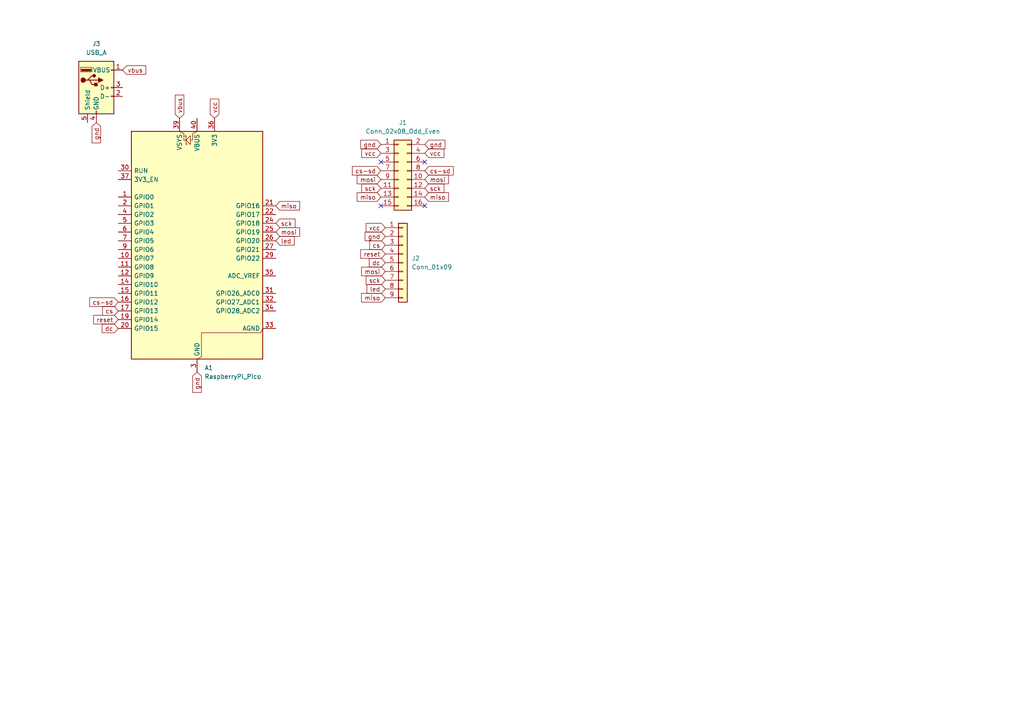
<source format=kicad_sch>
(kicad_sch
	(version 20250114)
	(generator "eeschema")
	(generator_version "9.0")
	(uuid "f864e0ff-81ed-42e7-bc8f-da06911e9836")
	(paper "A4")
	(lib_symbols
		(symbol "Connector:Mini-DIN-6"
			(pin_names
				(offset 1.016)
			)
			(exclude_from_sim no)
			(in_bom yes)
			(on_board yes)
			(property "Reference" "J"
				(at 0 6.35 0)
				(effects
					(font
						(size 1.27 1.27)
					)
				)
			)
			(property "Value" "Mini-DIN-6"
				(at 0 -6.35 0)
				(effects
					(font
						(size 1.27 1.27)
					)
				)
			)
			(property "Footprint" ""
				(at 0 0 0)
				(effects
					(font
						(size 1.27 1.27)
					)
					(hide yes)
				)
			)
			(property "Datasheet" "http://service.powerdynamics.com/ec/Catalog17/Section%2011.pdf"
				(at 0 0 0)
				(effects
					(font
						(size 1.27 1.27)
					)
					(hide yes)
				)
			)
			(property "Description" "6-pin Mini-DIN connector"
				(at 0 0 0)
				(effects
					(font
						(size 1.27 1.27)
					)
					(hide yes)
				)
			)
			(property "ki_keywords" "Mini-DIN"
				(at 0 0 0)
				(effects
					(font
						(size 1.27 1.27)
					)
					(hide yes)
				)
			)
			(property "ki_fp_filters" "MINI?DIN*"
				(at 0 0 0)
				(effects
					(font
						(size 1.27 1.27)
					)
					(hide yes)
				)
			)
			(symbol "Mini-DIN-6_0_1"
				(polyline
					(pts
						(xy -4.318 -2.54) (xy -3.048 -2.54) (xy -3.048 -4.064)
					)
					(stroke
						(width 0.254)
						(type default)
					)
					(fill
						(type none)
					)
				)
				(polyline
					(pts
						(xy -3.81 0) (xy -5.08 0)
					)
					(stroke
						(width 0)
						(type default)
					)
					(fill
						(type none)
					)
				)
				(circle
					(center -3.302 0)
					(radius 0.508)
					(stroke
						(width 0)
						(type default)
					)
					(fill
						(type none)
					)
				)
				(polyline
					(pts
						(xy -2.54 2.54) (xy -5.08 2.54)
					)
					(stroke
						(width 0)
						(type default)
					)
					(fill
						(type none)
					)
				)
				(circle
					(center -2.032 2.54)
					(radius 0.508)
					(stroke
						(width 0)
						(type default)
					)
					(fill
						(type none)
					)
				)
				(circle
					(center -2.032 -2.54)
					(radius 0.508)
					(stroke
						(width 0)
						(type default)
					)
					(fill
						(type none)
					)
				)
				(polyline
					(pts
						(xy -2.032 -3.048) (xy -2.032 -3.556) (xy -5.08 -3.556) (xy -5.08 -2.54)
					)
					(stroke
						(width 0)
						(type default)
					)
					(fill
						(type none)
					)
				)
				(polyline
					(pts
						(xy -1.016 5.08) (xy -1.016 4.064) (xy 1.016 4.064) (xy 1.016 5.08)
					)
					(stroke
						(width 0.254)
						(type default)
					)
					(fill
						(type none)
					)
				)
				(rectangle
					(start -0.762 2.54)
					(end 0.762 0)
					(stroke
						(width 0)
						(type default)
					)
					(fill
						(type outline)
					)
				)
				(arc
					(start 3.048 -4.064)
					(mid 0 -5.08)
					(end -3.048 -4.064)
					(stroke
						(width 0.254)
						(type default)
					)
					(fill
						(type none)
					)
				)
				(arc
					(start 1.016 5.08)
					(mid 4.6646 2.1356)
					(end 4.318 -2.54)
					(stroke
						(width 0.254)
						(type default)
					)
					(fill
						(type none)
					)
				)
				(arc
					(start -4.318 -2.54)
					(mid -4.6241 2.1181)
					(end -1.016 5.08)
					(stroke
						(width 0.254)
						(type default)
					)
					(fill
						(type none)
					)
				)
				(circle
					(center 2.032 -2.54)
					(radius 0.508)
					(stroke
						(width 0)
						(type default)
					)
					(fill
						(type none)
					)
				)
				(polyline
					(pts
						(xy 2.032 -3.048) (xy 2.032 -3.556) (xy 5.08 -3.556) (xy 5.08 -2.54)
					)
					(stroke
						(width 0)
						(type default)
					)
					(fill
						(type none)
					)
				)
				(circle
					(center 2.286 2.54)
					(radius 0.508)
					(stroke
						(width 0)
						(type default)
					)
					(fill
						(type none)
					)
				)
				(polyline
					(pts
						(xy 2.794 2.54) (xy 5.08 2.54)
					)
					(stroke
						(width 0)
						(type default)
					)
					(fill
						(type none)
					)
				)
				(circle
					(center 3.302 0)
					(radius 0.508)
					(stroke
						(width 0)
						(type default)
					)
					(fill
						(type none)
					)
				)
				(polyline
					(pts
						(xy 4.318 -2.54) (xy 3.048 -2.54) (xy 3.048 -4.064)
					)
					(stroke
						(width 0.254)
						(type default)
					)
					(fill
						(type none)
					)
				)
				(polyline
					(pts
						(xy 5.08 0) (xy 3.81 0)
					)
					(stroke
						(width 0)
						(type default)
					)
					(fill
						(type none)
					)
				)
			)
			(symbol "Mini-DIN-6_1_1"
				(pin passive line
					(at -7.62 2.54 0)
					(length 2.54)
					(name "~"
						(effects
							(font
								(size 1.27 1.27)
							)
						)
					)
					(number "6"
						(effects
							(font
								(size 1.27 1.27)
							)
						)
					)
				)
				(pin passive line
					(at -7.62 0 0)
					(length 2.54)
					(name "~"
						(effects
							(font
								(size 1.27 1.27)
							)
						)
					)
					(number "4"
						(effects
							(font
								(size 1.27 1.27)
							)
						)
					)
				)
				(pin passive line
					(at -7.62 -2.54 0)
					(length 2.54)
					(name "~"
						(effects
							(font
								(size 1.27 1.27)
							)
						)
					)
					(number "2"
						(effects
							(font
								(size 1.27 1.27)
							)
						)
					)
				)
				(pin passive line
					(at 7.62 2.54 180)
					(length 2.54)
					(name "~"
						(effects
							(font
								(size 1.27 1.27)
							)
						)
					)
					(number "5"
						(effects
							(font
								(size 1.27 1.27)
							)
						)
					)
				)
				(pin passive line
					(at 7.62 0 180)
					(length 2.54)
					(name "~"
						(effects
							(font
								(size 1.27 1.27)
							)
						)
					)
					(number "3"
						(effects
							(font
								(size 1.27 1.27)
							)
						)
					)
				)
				(pin passive line
					(at 7.62 -2.54 180)
					(length 2.54)
					(name "~"
						(effects
							(font
								(size 1.27 1.27)
							)
						)
					)
					(number "1"
						(effects
							(font
								(size 1.27 1.27)
							)
						)
					)
				)
			)
			(embedded_fonts no)
		)
		(symbol "Connector:USB_A"
			(pin_names
				(offset 1.016)
			)
			(exclude_from_sim no)
			(in_bom yes)
			(on_board yes)
			(property "Reference" "J"
				(at -5.08 11.43 0)
				(effects
					(font
						(size 1.27 1.27)
					)
					(justify left)
				)
			)
			(property "Value" "USB_A"
				(at -5.08 8.89 0)
				(effects
					(font
						(size 1.27 1.27)
					)
					(justify left)
				)
			)
			(property "Footprint" ""
				(at 3.81 -1.27 0)
				(effects
					(font
						(size 1.27 1.27)
					)
					(hide yes)
				)
			)
			(property "Datasheet" "~"
				(at 3.81 -1.27 0)
				(effects
					(font
						(size 1.27 1.27)
					)
					(hide yes)
				)
			)
			(property "Description" "USB Type A connector"
				(at 0 0 0)
				(effects
					(font
						(size 1.27 1.27)
					)
					(hide yes)
				)
			)
			(property "ki_keywords" "connector USB"
				(at 0 0 0)
				(effects
					(font
						(size 1.27 1.27)
					)
					(hide yes)
				)
			)
			(property "ki_fp_filters" "USB*"
				(at 0 0 0)
				(effects
					(font
						(size 1.27 1.27)
					)
					(hide yes)
				)
			)
			(symbol "USB_A_0_1"
				(rectangle
					(start -5.08 -7.62)
					(end 5.08 7.62)
					(stroke
						(width 0.254)
						(type default)
					)
					(fill
						(type background)
					)
				)
				(circle
					(center -3.81 2.159)
					(radius 0.635)
					(stroke
						(width 0.254)
						(type default)
					)
					(fill
						(type outline)
					)
				)
				(polyline
					(pts
						(xy -3.175 2.159) (xy -2.54 2.159) (xy -1.27 3.429) (xy -0.635 3.429)
					)
					(stroke
						(width 0.254)
						(type default)
					)
					(fill
						(type none)
					)
				)
				(polyline
					(pts
						(xy -2.54 2.159) (xy -1.905 2.159) (xy -1.27 0.889) (xy 0 0.889)
					)
					(stroke
						(width 0.254)
						(type default)
					)
					(fill
						(type none)
					)
				)
				(rectangle
					(start -1.524 4.826)
					(end -4.318 5.334)
					(stroke
						(width 0)
						(type default)
					)
					(fill
						(type outline)
					)
				)
				(rectangle
					(start -1.27 4.572)
					(end -4.572 5.842)
					(stroke
						(width 0)
						(type default)
					)
					(fill
						(type none)
					)
				)
				(circle
					(center -0.635 3.429)
					(radius 0.381)
					(stroke
						(width 0.254)
						(type default)
					)
					(fill
						(type outline)
					)
				)
				(rectangle
					(start -0.127 -7.62)
					(end 0.127 -6.858)
					(stroke
						(width 0)
						(type default)
					)
					(fill
						(type none)
					)
				)
				(rectangle
					(start 0.254 1.27)
					(end -0.508 0.508)
					(stroke
						(width 0.254)
						(type default)
					)
					(fill
						(type outline)
					)
				)
				(polyline
					(pts
						(xy 0.635 2.794) (xy 0.635 1.524) (xy 1.905 2.159) (xy 0.635 2.794)
					)
					(stroke
						(width 0.254)
						(type default)
					)
					(fill
						(type outline)
					)
				)
				(rectangle
					(start 5.08 4.953)
					(end 4.318 5.207)
					(stroke
						(width 0)
						(type default)
					)
					(fill
						(type none)
					)
				)
				(rectangle
					(start 5.08 -0.127)
					(end 4.318 0.127)
					(stroke
						(width 0)
						(type default)
					)
					(fill
						(type none)
					)
				)
				(rectangle
					(start 5.08 -2.667)
					(end 4.318 -2.413)
					(stroke
						(width 0)
						(type default)
					)
					(fill
						(type none)
					)
				)
			)
			(symbol "USB_A_1_1"
				(polyline
					(pts
						(xy -1.905 2.159) (xy 0.635 2.159)
					)
					(stroke
						(width 0.254)
						(type default)
					)
					(fill
						(type none)
					)
				)
				(pin passive line
					(at -2.54 -10.16 90)
					(length 2.54)
					(name "Shield"
						(effects
							(font
								(size 1.27 1.27)
							)
						)
					)
					(number "5"
						(effects
							(font
								(size 1.27 1.27)
							)
						)
					)
				)
				(pin power_in line
					(at 0 -10.16 90)
					(length 2.54)
					(name "GND"
						(effects
							(font
								(size 1.27 1.27)
							)
						)
					)
					(number "4"
						(effects
							(font
								(size 1.27 1.27)
							)
						)
					)
				)
				(pin power_in line
					(at 7.62 5.08 180)
					(length 2.54)
					(name "VBUS"
						(effects
							(font
								(size 1.27 1.27)
							)
						)
					)
					(number "1"
						(effects
							(font
								(size 1.27 1.27)
							)
						)
					)
				)
				(pin bidirectional line
					(at 7.62 0 180)
					(length 2.54)
					(name "D+"
						(effects
							(font
								(size 1.27 1.27)
							)
						)
					)
					(number "3"
						(effects
							(font
								(size 1.27 1.27)
							)
						)
					)
				)
				(pin bidirectional line
					(at 7.62 -2.54 180)
					(length 2.54)
					(name "D-"
						(effects
							(font
								(size 1.27 1.27)
							)
						)
					)
					(number "2"
						(effects
							(font
								(size 1.27 1.27)
							)
						)
					)
				)
			)
			(embedded_fonts no)
		)
		(symbol "Connector_Generic:Conn_01x09"
			(pin_names
				(offset 1.016)
				(hide yes)
			)
			(exclude_from_sim no)
			(in_bom yes)
			(on_board yes)
			(property "Reference" "J"
				(at 0 12.7 0)
				(effects
					(font
						(size 1.27 1.27)
					)
				)
			)
			(property "Value" "Conn_01x09"
				(at 0 -12.7 0)
				(effects
					(font
						(size 1.27 1.27)
					)
				)
			)
			(property "Footprint" ""
				(at 0 0 0)
				(effects
					(font
						(size 1.27 1.27)
					)
					(hide yes)
				)
			)
			(property "Datasheet" "~"
				(at 0 0 0)
				(effects
					(font
						(size 1.27 1.27)
					)
					(hide yes)
				)
			)
			(property "Description" "Generic connector, single row, 01x09, script generated (kicad-library-utils/schlib/autogen/connector/)"
				(at 0 0 0)
				(effects
					(font
						(size 1.27 1.27)
					)
					(hide yes)
				)
			)
			(property "ki_keywords" "connector"
				(at 0 0 0)
				(effects
					(font
						(size 1.27 1.27)
					)
					(hide yes)
				)
			)
			(property "ki_fp_filters" "Connector*:*_1x??_*"
				(at 0 0 0)
				(effects
					(font
						(size 1.27 1.27)
					)
					(hide yes)
				)
			)
			(symbol "Conn_01x09_1_1"
				(rectangle
					(start -1.27 11.43)
					(end 1.27 -11.43)
					(stroke
						(width 0.254)
						(type default)
					)
					(fill
						(type background)
					)
				)
				(rectangle
					(start -1.27 10.287)
					(end 0 10.033)
					(stroke
						(width 0.1524)
						(type default)
					)
					(fill
						(type none)
					)
				)
				(rectangle
					(start -1.27 7.747)
					(end 0 7.493)
					(stroke
						(width 0.1524)
						(type default)
					)
					(fill
						(type none)
					)
				)
				(rectangle
					(start -1.27 5.207)
					(end 0 4.953)
					(stroke
						(width 0.1524)
						(type default)
					)
					(fill
						(type none)
					)
				)
				(rectangle
					(start -1.27 2.667)
					(end 0 2.413)
					(stroke
						(width 0.1524)
						(type default)
					)
					(fill
						(type none)
					)
				)
				(rectangle
					(start -1.27 0.127)
					(end 0 -0.127)
					(stroke
						(width 0.1524)
						(type default)
					)
					(fill
						(type none)
					)
				)
				(rectangle
					(start -1.27 -2.413)
					(end 0 -2.667)
					(stroke
						(width 0.1524)
						(type default)
					)
					(fill
						(type none)
					)
				)
				(rectangle
					(start -1.27 -4.953)
					(end 0 -5.207)
					(stroke
						(width 0.1524)
						(type default)
					)
					(fill
						(type none)
					)
				)
				(rectangle
					(start -1.27 -7.493)
					(end 0 -7.747)
					(stroke
						(width 0.1524)
						(type default)
					)
					(fill
						(type none)
					)
				)
				(rectangle
					(start -1.27 -10.033)
					(end 0 -10.287)
					(stroke
						(width 0.1524)
						(type default)
					)
					(fill
						(type none)
					)
				)
				(pin passive line
					(at -5.08 10.16 0)
					(length 3.81)
					(name "Pin_1"
						(effects
							(font
								(size 1.27 1.27)
							)
						)
					)
					(number "1"
						(effects
							(font
								(size 1.27 1.27)
							)
						)
					)
				)
				(pin passive line
					(at -5.08 7.62 0)
					(length 3.81)
					(name "Pin_2"
						(effects
							(font
								(size 1.27 1.27)
							)
						)
					)
					(number "2"
						(effects
							(font
								(size 1.27 1.27)
							)
						)
					)
				)
				(pin passive line
					(at -5.08 5.08 0)
					(length 3.81)
					(name "Pin_3"
						(effects
							(font
								(size 1.27 1.27)
							)
						)
					)
					(number "3"
						(effects
							(font
								(size 1.27 1.27)
							)
						)
					)
				)
				(pin passive line
					(at -5.08 2.54 0)
					(length 3.81)
					(name "Pin_4"
						(effects
							(font
								(size 1.27 1.27)
							)
						)
					)
					(number "4"
						(effects
							(font
								(size 1.27 1.27)
							)
						)
					)
				)
				(pin passive line
					(at -5.08 0 0)
					(length 3.81)
					(name "Pin_5"
						(effects
							(font
								(size 1.27 1.27)
							)
						)
					)
					(number "5"
						(effects
							(font
								(size 1.27 1.27)
							)
						)
					)
				)
				(pin passive line
					(at -5.08 -2.54 0)
					(length 3.81)
					(name "Pin_6"
						(effects
							(font
								(size 1.27 1.27)
							)
						)
					)
					(number "6"
						(effects
							(font
								(size 1.27 1.27)
							)
						)
					)
				)
				(pin passive line
					(at -5.08 -5.08 0)
					(length 3.81)
					(name "Pin_7"
						(effects
							(font
								(size 1.27 1.27)
							)
						)
					)
					(number "7"
						(effects
							(font
								(size 1.27 1.27)
							)
						)
					)
				)
				(pin passive line
					(at -5.08 -7.62 0)
					(length 3.81)
					(name "Pin_8"
						(effects
							(font
								(size 1.27 1.27)
							)
						)
					)
					(number "8"
						(effects
							(font
								(size 1.27 1.27)
							)
						)
					)
				)
				(pin passive line
					(at -5.08 -10.16 0)
					(length 3.81)
					(name "Pin_9"
						(effects
							(font
								(size 1.27 1.27)
							)
						)
					)
					(number "9"
						(effects
							(font
								(size 1.27 1.27)
							)
						)
					)
				)
			)
			(embedded_fonts no)
		)
		(symbol "Connector_Generic:Conn_02x08_Odd_Even"
			(pin_names
				(offset 1.016)
				(hide yes)
			)
			(exclude_from_sim no)
			(in_bom yes)
			(on_board yes)
			(property "Reference" "J"
				(at 1.27 10.16 0)
				(effects
					(font
						(size 1.27 1.27)
					)
				)
			)
			(property "Value" "Conn_02x08_Odd_Even"
				(at 1.27 -12.7 0)
				(effects
					(font
						(size 1.27 1.27)
					)
				)
			)
			(property "Footprint" ""
				(at 0 0 0)
				(effects
					(font
						(size 1.27 1.27)
					)
					(hide yes)
				)
			)
			(property "Datasheet" "~"
				(at 0 0 0)
				(effects
					(font
						(size 1.27 1.27)
					)
					(hide yes)
				)
			)
			(property "Description" "Generic connector, double row, 02x08, odd/even pin numbering scheme (row 1 odd numbers, row 2 even numbers), script generated (kicad-library-utils/schlib/autogen/connector/)"
				(at 0 0 0)
				(effects
					(font
						(size 1.27 1.27)
					)
					(hide yes)
				)
			)
			(property "ki_keywords" "connector"
				(at 0 0 0)
				(effects
					(font
						(size 1.27 1.27)
					)
					(hide yes)
				)
			)
			(property "ki_fp_filters" "Connector*:*_2x??_*"
				(at 0 0 0)
				(effects
					(font
						(size 1.27 1.27)
					)
					(hide yes)
				)
			)
			(symbol "Conn_02x08_Odd_Even_1_1"
				(rectangle
					(start -1.27 8.89)
					(end 3.81 -11.43)
					(stroke
						(width 0.254)
						(type default)
					)
					(fill
						(type background)
					)
				)
				(rectangle
					(start -1.27 7.747)
					(end 0 7.493)
					(stroke
						(width 0.1524)
						(type default)
					)
					(fill
						(type none)
					)
				)
				(rectangle
					(start -1.27 5.207)
					(end 0 4.953)
					(stroke
						(width 0.1524)
						(type default)
					)
					(fill
						(type none)
					)
				)
				(rectangle
					(start -1.27 2.667)
					(end 0 2.413)
					(stroke
						(width 0.1524)
						(type default)
					)
					(fill
						(type none)
					)
				)
				(rectangle
					(start -1.27 0.127)
					(end 0 -0.127)
					(stroke
						(width 0.1524)
						(type default)
					)
					(fill
						(type none)
					)
				)
				(rectangle
					(start -1.27 -2.413)
					(end 0 -2.667)
					(stroke
						(width 0.1524)
						(type default)
					)
					(fill
						(type none)
					)
				)
				(rectangle
					(start -1.27 -4.953)
					(end 0 -5.207)
					(stroke
						(width 0.1524)
						(type default)
					)
					(fill
						(type none)
					)
				)
				(rectangle
					(start -1.27 -7.493)
					(end 0 -7.747)
					(stroke
						(width 0.1524)
						(type default)
					)
					(fill
						(type none)
					)
				)
				(rectangle
					(start -1.27 -10.033)
					(end 0 -10.287)
					(stroke
						(width 0.1524)
						(type default)
					)
					(fill
						(type none)
					)
				)
				(rectangle
					(start 3.81 7.747)
					(end 2.54 7.493)
					(stroke
						(width 0.1524)
						(type default)
					)
					(fill
						(type none)
					)
				)
				(rectangle
					(start 3.81 5.207)
					(end 2.54 4.953)
					(stroke
						(width 0.1524)
						(type default)
					)
					(fill
						(type none)
					)
				)
				(rectangle
					(start 3.81 2.667)
					(end 2.54 2.413)
					(stroke
						(width 0.1524)
						(type default)
					)
					(fill
						(type none)
					)
				)
				(rectangle
					(start 3.81 0.127)
					(end 2.54 -0.127)
					(stroke
						(width 0.1524)
						(type default)
					)
					(fill
						(type none)
					)
				)
				(rectangle
					(start 3.81 -2.413)
					(end 2.54 -2.667)
					(stroke
						(width 0.1524)
						(type default)
					)
					(fill
						(type none)
					)
				)
				(rectangle
					(start 3.81 -4.953)
					(end 2.54 -5.207)
					(stroke
						(width 0.1524)
						(type default)
					)
					(fill
						(type none)
					)
				)
				(rectangle
					(start 3.81 -7.493)
					(end 2.54 -7.747)
					(stroke
						(width 0.1524)
						(type default)
					)
					(fill
						(type none)
					)
				)
				(rectangle
					(start 3.81 -10.033)
					(end 2.54 -10.287)
					(stroke
						(width 0.1524)
						(type default)
					)
					(fill
						(type none)
					)
				)
				(pin passive line
					(at -5.08 7.62 0)
					(length 3.81)
					(name "Pin_1"
						(effects
							(font
								(size 1.27 1.27)
							)
						)
					)
					(number "1"
						(effects
							(font
								(size 1.27 1.27)
							)
						)
					)
				)
				(pin passive line
					(at -5.08 5.08 0)
					(length 3.81)
					(name "Pin_3"
						(effects
							(font
								(size 1.27 1.27)
							)
						)
					)
					(number "3"
						(effects
							(font
								(size 1.27 1.27)
							)
						)
					)
				)
				(pin passive line
					(at -5.08 2.54 0)
					(length 3.81)
					(name "Pin_5"
						(effects
							(font
								(size 1.27 1.27)
							)
						)
					)
					(number "5"
						(effects
							(font
								(size 1.27 1.27)
							)
						)
					)
				)
				(pin passive line
					(at -5.08 0 0)
					(length 3.81)
					(name "Pin_7"
						(effects
							(font
								(size 1.27 1.27)
							)
						)
					)
					(number "7"
						(effects
							(font
								(size 1.27 1.27)
							)
						)
					)
				)
				(pin passive line
					(at -5.08 -2.54 0)
					(length 3.81)
					(name "Pin_9"
						(effects
							(font
								(size 1.27 1.27)
							)
						)
					)
					(number "9"
						(effects
							(font
								(size 1.27 1.27)
							)
						)
					)
				)
				(pin passive line
					(at -5.08 -5.08 0)
					(length 3.81)
					(name "Pin_11"
						(effects
							(font
								(size 1.27 1.27)
							)
						)
					)
					(number "11"
						(effects
							(font
								(size 1.27 1.27)
							)
						)
					)
				)
				(pin passive line
					(at -5.08 -7.62 0)
					(length 3.81)
					(name "Pin_13"
						(effects
							(font
								(size 1.27 1.27)
							)
						)
					)
					(number "13"
						(effects
							(font
								(size 1.27 1.27)
							)
						)
					)
				)
				(pin passive line
					(at -5.08 -10.16 0)
					(length 3.81)
					(name "Pin_15"
						(effects
							(font
								(size 1.27 1.27)
							)
						)
					)
					(number "15"
						(effects
							(font
								(size 1.27 1.27)
							)
						)
					)
				)
				(pin passive line
					(at 7.62 7.62 180)
					(length 3.81)
					(name "Pin_2"
						(effects
							(font
								(size 1.27 1.27)
							)
						)
					)
					(number "2"
						(effects
							(font
								(size 1.27 1.27)
							)
						)
					)
				)
				(pin passive line
					(at 7.62 5.08 180)
					(length 3.81)
					(name "Pin_4"
						(effects
							(font
								(size 1.27 1.27)
							)
						)
					)
					(number "4"
						(effects
							(font
								(size 1.27 1.27)
							)
						)
					)
				)
				(pin passive line
					(at 7.62 2.54 180)
					(length 3.81)
					(name "Pin_6"
						(effects
							(font
								(size 1.27 1.27)
							)
						)
					)
					(number "6"
						(effects
							(font
								(size 1.27 1.27)
							)
						)
					)
				)
				(pin passive line
					(at 7.62 0 180)
					(length 3.81)
					(name "Pin_8"
						(effects
							(font
								(size 1.27 1.27)
							)
						)
					)
					(number "8"
						(effects
							(font
								(size 1.27 1.27)
							)
						)
					)
				)
				(pin passive line
					(at 7.62 -2.54 180)
					(length 3.81)
					(name "Pin_10"
						(effects
							(font
								(size 1.27 1.27)
							)
						)
					)
					(number "10"
						(effects
							(font
								(size 1.27 1.27)
							)
						)
					)
				)
				(pin passive line
					(at 7.62 -5.08 180)
					(length 3.81)
					(name "Pin_12"
						(effects
							(font
								(size 1.27 1.27)
							)
						)
					)
					(number "12"
						(effects
							(font
								(size 1.27 1.27)
							)
						)
					)
				)
				(pin passive line
					(at 7.62 -7.62 180)
					(length 3.81)
					(name "Pin_14"
						(effects
							(font
								(size 1.27 1.27)
							)
						)
					)
					(number "14"
						(effects
							(font
								(size 1.27 1.27)
							)
						)
					)
				)
				(pin passive line
					(at 7.62 -10.16 180)
					(length 3.81)
					(name "Pin_16"
						(effects
							(font
								(size 1.27 1.27)
							)
						)
					)
					(number "16"
						(effects
							(font
								(size 1.27 1.27)
							)
						)
					)
				)
			)
			(embedded_fonts no)
		)
		(symbol "MCU_Module:RaspberryPi_Pico"
			(pin_names
				(offset 0.762)
			)
			(exclude_from_sim no)
			(in_bom yes)
			(on_board yes)
			(property "Reference" "A"
				(at -19.05 35.56 0)
				(effects
					(font
						(size 1.27 1.27)
					)
					(justify left)
				)
			)
			(property "Value" "RaspberryPi_Pico"
				(at 7.62 35.56 0)
				(effects
					(font
						(size 1.27 1.27)
					)
					(justify left)
				)
			)
			(property "Footprint" "Module:RaspberryPi_Pico_Common_Unspecified"
				(at 0 -46.99 0)
				(effects
					(font
						(size 1.27 1.27)
					)
					(hide yes)
				)
			)
			(property "Datasheet" "https://datasheets.raspberrypi.com/pico/pico-datasheet.pdf"
				(at 0 -49.53 0)
				(effects
					(font
						(size 1.27 1.27)
					)
					(hide yes)
				)
			)
			(property "Description" "Versatile and inexpensive microcontroller module powered by RP2040 dual-core Arm Cortex-M0+ processor up to 133 MHz, 264kB SRAM, 2MB QSPI flash; also supports Raspberry Pi Pico 2"
				(at 0 -52.07 0)
				(effects
					(font
						(size 1.27 1.27)
					)
					(hide yes)
				)
			)
			(property "ki_keywords" "RP2350A M33 RISC-V Hazard3 usb"
				(at 0 0 0)
				(effects
					(font
						(size 1.27 1.27)
					)
					(hide yes)
				)
			)
			(property "ki_fp_filters" "RaspberryPi?Pico?Common* RaspberryPi?Pico?SMD*"
				(at 0 0 0)
				(effects
					(font
						(size 1.27 1.27)
					)
					(hide yes)
				)
			)
			(symbol "RaspberryPi_Pico_0_1"
				(rectangle
					(start -19.05 34.29)
					(end 19.05 -31.75)
					(stroke
						(width 0.254)
						(type default)
					)
					(fill
						(type background)
					)
				)
				(polyline
					(pts
						(xy -5.08 34.29) (xy -3.81 33.655) (xy -3.81 31.75) (xy -3.175 31.75)
					)
					(stroke
						(width 0)
						(type default)
					)
					(fill
						(type none)
					)
				)
				(polyline
					(pts
						(xy -3.429 32.766) (xy -3.429 33.02) (xy -3.175 33.02) (xy -3.175 30.48) (xy -2.921 30.48) (xy -2.921 30.734)
					)
					(stroke
						(width 0)
						(type default)
					)
					(fill
						(type none)
					)
				)
				(polyline
					(pts
						(xy -3.175 31.75) (xy -1.905 33.02) (xy -1.905 30.48) (xy -3.175 31.75)
					)
					(stroke
						(width 0)
						(type default)
					)
					(fill
						(type none)
					)
				)
				(polyline
					(pts
						(xy 0 34.29) (xy -1.27 33.655) (xy -1.27 31.75) (xy -1.905 31.75)
					)
					(stroke
						(width 0)
						(type default)
					)
					(fill
						(type none)
					)
				)
				(polyline
					(pts
						(xy 0 -31.75) (xy 1.27 -31.115) (xy 1.27 -24.13) (xy 18.415 -24.13) (xy 19.05 -22.86)
					)
					(stroke
						(width 0)
						(type default)
					)
					(fill
						(type none)
					)
				)
			)
			(symbol "RaspberryPi_Pico_1_1"
				(pin passive line
					(at -22.86 22.86 0)
					(length 3.81)
					(name "RUN"
						(effects
							(font
								(size 1.27 1.27)
							)
						)
					)
					(number "30"
						(effects
							(font
								(size 1.27 1.27)
							)
						)
					)
					(alternate "~{RESET}" passive line)
				)
				(pin passive line
					(at -22.86 20.32 0)
					(length 3.81)
					(name "3V3_EN"
						(effects
							(font
								(size 1.27 1.27)
							)
						)
					)
					(number "37"
						(effects
							(font
								(size 1.27 1.27)
							)
						)
					)
					(alternate "~{3V3_DISABLE}" passive line)
				)
				(pin bidirectional line
					(at -22.86 15.24 0)
					(length 3.81)
					(name "GPIO0"
						(effects
							(font
								(size 1.27 1.27)
							)
						)
					)
					(number "1"
						(effects
							(font
								(size 1.27 1.27)
							)
						)
					)
					(alternate "I2C0_SDA" bidirectional line)
					(alternate "PWM0_A" output line)
					(alternate "SPI0_RX" input line)
					(alternate "UART0_TX" output line)
					(alternate "USB_OVCUR_DET" input line)
				)
				(pin bidirectional line
					(at -22.86 12.7 0)
					(length 3.81)
					(name "GPIO1"
						(effects
							(font
								(size 1.27 1.27)
							)
						)
					)
					(number "2"
						(effects
							(font
								(size 1.27 1.27)
							)
						)
					)
					(alternate "I2C0_SCL" bidirectional clock)
					(alternate "PWM0_B" bidirectional line)
					(alternate "UART0_RX" input line)
					(alternate "USB_VBUS_DET" passive line)
					(alternate "~{SPI0_CSn}" bidirectional line)
				)
				(pin bidirectional line
					(at -22.86 10.16 0)
					(length 3.81)
					(name "GPIO2"
						(effects
							(font
								(size 1.27 1.27)
							)
						)
					)
					(number "4"
						(effects
							(font
								(size 1.27 1.27)
							)
						)
					)
					(alternate "I2C1_SDA" bidirectional line)
					(alternate "PWM1_A" output line)
					(alternate "SPI0_SCK" bidirectional clock)
					(alternate "UART0_CTS" input line)
					(alternate "USB_VBUS_EN" output line)
				)
				(pin bidirectional line
					(at -22.86 7.62 0)
					(length 3.81)
					(name "GPIO3"
						(effects
							(font
								(size 1.27 1.27)
							)
						)
					)
					(number "5"
						(effects
							(font
								(size 1.27 1.27)
							)
						)
					)
					(alternate "I2C1_SCL" bidirectional clock)
					(alternate "PWM1_B" bidirectional line)
					(alternate "SPI0_TX" output line)
					(alternate "UART0_RTS" output line)
					(alternate "USB_OVCUR_DET" input line)
				)
				(pin bidirectional line
					(at -22.86 5.08 0)
					(length 3.81)
					(name "GPIO4"
						(effects
							(font
								(size 1.27 1.27)
							)
						)
					)
					(number "6"
						(effects
							(font
								(size 1.27 1.27)
							)
						)
					)
					(alternate "I2C0_SDA" bidirectional line)
					(alternate "PWM2_A" output line)
					(alternate "SPI0_RX" input line)
					(alternate "UART1_TX" output line)
					(alternate "USB_VBUS_DET" input line)
				)
				(pin bidirectional line
					(at -22.86 2.54 0)
					(length 3.81)
					(name "GPIO5"
						(effects
							(font
								(size 1.27 1.27)
							)
						)
					)
					(number "7"
						(effects
							(font
								(size 1.27 1.27)
							)
						)
					)
					(alternate "I2C0_SCL" bidirectional clock)
					(alternate "PWM2_B" bidirectional line)
					(alternate "UART1_RX" input line)
					(alternate "USB_VBUS_EN" output line)
					(alternate "~{SPI0_CSn}" bidirectional line)
				)
				(pin bidirectional line
					(at -22.86 0 0)
					(length 3.81)
					(name "GPIO6"
						(effects
							(font
								(size 1.27 1.27)
							)
						)
					)
					(number "9"
						(effects
							(font
								(size 1.27 1.27)
							)
						)
					)
					(alternate "I2C1_SDA" bidirectional line)
					(alternate "PWM3_A" output line)
					(alternate "SPI0_SCK" bidirectional clock)
					(alternate "UART1_CTS" input line)
					(alternate "USB_OVCUR_DET" input line)
				)
				(pin bidirectional line
					(at -22.86 -2.54 0)
					(length 3.81)
					(name "GPIO7"
						(effects
							(font
								(size 1.27 1.27)
							)
						)
					)
					(number "10"
						(effects
							(font
								(size 1.27 1.27)
							)
						)
					)
					(alternate "I2C1_SCL" bidirectional clock)
					(alternate "PWM3_B" bidirectional line)
					(alternate "SPI0_TX" output line)
					(alternate "UART1_RTS" output line)
					(alternate "USB_VBUS_DET" input line)
				)
				(pin bidirectional line
					(at -22.86 -5.08 0)
					(length 3.81)
					(name "GPIO8"
						(effects
							(font
								(size 1.27 1.27)
							)
						)
					)
					(number "11"
						(effects
							(font
								(size 1.27 1.27)
							)
						)
					)
					(alternate "I2C0_SDA" bidirectional line)
					(alternate "PWM4_A" output line)
					(alternate "SPI1_RX" input line)
					(alternate "UART1_TX" output line)
					(alternate "USB_VBUS_EN" output line)
				)
				(pin bidirectional line
					(at -22.86 -7.62 0)
					(length 3.81)
					(name "GPIO9"
						(effects
							(font
								(size 1.27 1.27)
							)
						)
					)
					(number "12"
						(effects
							(font
								(size 1.27 1.27)
							)
						)
					)
					(alternate "I2C0_SCL" bidirectional clock)
					(alternate "PWM4_B" bidirectional line)
					(alternate "UART1_RX" input line)
					(alternate "USB_OVCUR_DET" input line)
					(alternate "~{SPI1_CSn}" bidirectional line)
				)
				(pin bidirectional line
					(at -22.86 -10.16 0)
					(length 3.81)
					(name "GPIO10"
						(effects
							(font
								(size 1.27 1.27)
							)
						)
					)
					(number "14"
						(effects
							(font
								(size 1.27 1.27)
							)
						)
					)
					(alternate "I2C1_SDA" bidirectional line)
					(alternate "PWM5_A" output line)
					(alternate "SPI1_SCK" bidirectional clock)
					(alternate "UART1_CTS" input line)
					(alternate "USB_VBUS_DET" input line)
				)
				(pin bidirectional line
					(at -22.86 -12.7 0)
					(length 3.81)
					(name "GPIO11"
						(effects
							(font
								(size 1.27 1.27)
							)
						)
					)
					(number "15"
						(effects
							(font
								(size 1.27 1.27)
							)
						)
					)
					(alternate "I2C1_SCL" bidirectional clock)
					(alternate "PWM5_B" bidirectional line)
					(alternate "SPI1_TX" output line)
					(alternate "UART1_RTS" output line)
					(alternate "USB_VBUS_EN" output line)
				)
				(pin bidirectional line
					(at -22.86 -15.24 0)
					(length 3.81)
					(name "GPIO12"
						(effects
							(font
								(size 1.27 1.27)
							)
						)
					)
					(number "16"
						(effects
							(font
								(size 1.27 1.27)
							)
						)
					)
					(alternate "I2C0_SDA" bidirectional line)
					(alternate "PWM6_A" output line)
					(alternate "SPI1_RX" input line)
					(alternate "UART0_TX" output line)
					(alternate "USB_OVCUR_DET" input line)
				)
				(pin bidirectional line
					(at -22.86 -17.78 0)
					(length 3.81)
					(name "GPIO13"
						(effects
							(font
								(size 1.27 1.27)
							)
						)
					)
					(number "17"
						(effects
							(font
								(size 1.27 1.27)
							)
						)
					)
					(alternate "I2C0_SCL" bidirectional clock)
					(alternate "PWM6_B" bidirectional line)
					(alternate "UART0_RX" input line)
					(alternate "USB_VBUS_DET" input line)
					(alternate "~{SPI1_CSn}" bidirectional line)
				)
				(pin bidirectional line
					(at -22.86 -20.32 0)
					(length 3.81)
					(name "GPIO14"
						(effects
							(font
								(size 1.27 1.27)
							)
						)
					)
					(number "19"
						(effects
							(font
								(size 1.27 1.27)
							)
						)
					)
					(alternate "I2C1_SDA" bidirectional line)
					(alternate "PWM7_A" output line)
					(alternate "SPI1_SCK" bidirectional clock)
					(alternate "UART0_CTS" input line)
					(alternate "USB_VBUS_EN" output line)
				)
				(pin bidirectional line
					(at -22.86 -22.86 0)
					(length 3.81)
					(name "GPIO15"
						(effects
							(font
								(size 1.27 1.27)
							)
						)
					)
					(number "20"
						(effects
							(font
								(size 1.27 1.27)
							)
						)
					)
					(alternate "I2C1_SCL" bidirectional clock)
					(alternate "PWM7_B" bidirectional line)
					(alternate "SPI1_TX" output line)
					(alternate "UART0_RTS" output line)
					(alternate "USB_OVCUR_DET" input line)
				)
				(pin power_in line
					(at -5.08 38.1 270)
					(length 3.81)
					(name "VSYS"
						(effects
							(font
								(size 1.27 1.27)
							)
						)
					)
					(number "39"
						(effects
							(font
								(size 1.27 1.27)
							)
						)
					)
					(alternate "VSYS_OUT" power_out line)
				)
				(pin power_out line
					(at 0 38.1 270)
					(length 3.81)
					(name "VBUS"
						(effects
							(font
								(size 1.27 1.27)
							)
						)
					)
					(number "40"
						(effects
							(font
								(size 1.27 1.27)
							)
						)
					)
					(alternate "VBUS_IN" power_in line)
				)
				(pin passive line
					(at 0 -35.56 90)
					(length 3.81)
					(hide yes)
					(name "GND"
						(effects
							(font
								(size 1.27 1.27)
							)
						)
					)
					(number "13"
						(effects
							(font
								(size 1.27 1.27)
							)
						)
					)
				)
				(pin passive line
					(at 0 -35.56 90)
					(length 3.81)
					(hide yes)
					(name "GND"
						(effects
							(font
								(size 1.27 1.27)
							)
						)
					)
					(number "18"
						(effects
							(font
								(size 1.27 1.27)
							)
						)
					)
				)
				(pin passive line
					(at 0 -35.56 90)
					(length 3.81)
					(hide yes)
					(name "GND"
						(effects
							(font
								(size 1.27 1.27)
							)
						)
					)
					(number "23"
						(effects
							(font
								(size 1.27 1.27)
							)
						)
					)
				)
				(pin passive line
					(at 0 -35.56 90)
					(length 3.81)
					(hide yes)
					(name "GND"
						(effects
							(font
								(size 1.27 1.27)
							)
						)
					)
					(number "28"
						(effects
							(font
								(size 1.27 1.27)
							)
						)
					)
				)
				(pin power_out line
					(at 0 -35.56 90)
					(length 3.81)
					(name "GND"
						(effects
							(font
								(size 1.27 1.27)
							)
						)
					)
					(number "3"
						(effects
							(font
								(size 1.27 1.27)
							)
						)
					)
					(alternate "GND_IN" power_in line)
				)
				(pin passive line
					(at 0 -35.56 90)
					(length 3.81)
					(hide yes)
					(name "GND"
						(effects
							(font
								(size 1.27 1.27)
							)
						)
					)
					(number "38"
						(effects
							(font
								(size 1.27 1.27)
							)
						)
					)
				)
				(pin passive line
					(at 0 -35.56 90)
					(length 3.81)
					(hide yes)
					(name "GND"
						(effects
							(font
								(size 1.27 1.27)
							)
						)
					)
					(number "8"
						(effects
							(font
								(size 1.27 1.27)
							)
						)
					)
				)
				(pin power_out line
					(at 5.08 38.1 270)
					(length 3.81)
					(name "3V3"
						(effects
							(font
								(size 1.27 1.27)
							)
						)
					)
					(number "36"
						(effects
							(font
								(size 1.27 1.27)
							)
						)
					)
				)
				(pin bidirectional line
					(at 22.86 12.7 180)
					(length 3.81)
					(name "GPIO16"
						(effects
							(font
								(size 1.27 1.27)
							)
						)
					)
					(number "21"
						(effects
							(font
								(size 1.27 1.27)
							)
						)
					)
					(alternate "I2C0_SDA" bidirectional line)
					(alternate "PWM0_A" output line)
					(alternate "SPI0_RX" input line)
					(alternate "UART0_TX" output line)
					(alternate "USB_VBUS_DET" input line)
				)
				(pin bidirectional line
					(at 22.86 10.16 180)
					(length 3.81)
					(name "GPIO17"
						(effects
							(font
								(size 1.27 1.27)
							)
						)
					)
					(number "22"
						(effects
							(font
								(size 1.27 1.27)
							)
						)
					)
					(alternate "I2C0_SCL" bidirectional clock)
					(alternate "PWM0_B" bidirectional line)
					(alternate "UART0_RX" input line)
					(alternate "USB_VBUS_EN" output line)
					(alternate "~{SPI0_CSn}" bidirectional line)
				)
				(pin bidirectional line
					(at 22.86 7.62 180)
					(length 3.81)
					(name "GPIO18"
						(effects
							(font
								(size 1.27 1.27)
							)
						)
					)
					(number "24"
						(effects
							(font
								(size 1.27 1.27)
							)
						)
					)
					(alternate "I2C1_SDA" bidirectional line)
					(alternate "PWM1_A" output line)
					(alternate "SPI0_SCK" bidirectional clock)
					(alternate "UART0_CTS" input line)
					(alternate "USB_OVCUR_DET" input line)
				)
				(pin bidirectional line
					(at 22.86 5.08 180)
					(length 3.81)
					(name "GPIO19"
						(effects
							(font
								(size 1.27 1.27)
							)
						)
					)
					(number "25"
						(effects
							(font
								(size 1.27 1.27)
							)
						)
					)
					(alternate "I2C1_SCL" bidirectional clock)
					(alternate "PWM1_B" bidirectional line)
					(alternate "SPI0_TX" output line)
					(alternate "UART0_RTS" output line)
					(alternate "USB_VBUS_DET" input line)
				)
				(pin bidirectional line
					(at 22.86 2.54 180)
					(length 3.81)
					(name "GPIO20"
						(effects
							(font
								(size 1.27 1.27)
							)
						)
					)
					(number "26"
						(effects
							(font
								(size 1.27 1.27)
							)
						)
					)
					(alternate "CLOCK_GPIN0" input clock)
					(alternate "I2C0_SDA" bidirectional line)
					(alternate "PWM2_A" output line)
					(alternate "SPI0_RX" input line)
					(alternate "UART1_TX" output line)
					(alternate "USB_VBUS_EN" output line)
				)
				(pin bidirectional line
					(at 22.86 0 180)
					(length 3.81)
					(name "GPIO21"
						(effects
							(font
								(size 1.27 1.27)
							)
						)
					)
					(number "27"
						(effects
							(font
								(size 1.27 1.27)
							)
						)
					)
					(alternate "CLOCK_GPOUT0" output clock)
					(alternate "I2C0_SCL" bidirectional clock)
					(alternate "PWM2_B" bidirectional line)
					(alternate "UART1_RX" input line)
					(alternate "USB_OVCUR_DET" input line)
					(alternate "~{SPI0_CSn}" bidirectional line)
				)
				(pin bidirectional line
					(at 22.86 -2.54 180)
					(length 3.81)
					(name "GPIO22"
						(effects
							(font
								(size 1.27 1.27)
							)
						)
					)
					(number "29"
						(effects
							(font
								(size 1.27 1.27)
							)
						)
					)
					(alternate "CLOCK_GPIN1" input clock)
					(alternate "I2C1_SDA" bidirectional line)
					(alternate "PWM3_A" output line)
					(alternate "SPI0_SCK" bidirectional clock)
					(alternate "UART1_CTS" input line)
					(alternate "USB_VBUS_DET" input line)
				)
				(pin power_in line
					(at 22.86 -7.62 180)
					(length 3.81)
					(name "ADC_VREF"
						(effects
							(font
								(size 1.27 1.27)
							)
						)
					)
					(number "35"
						(effects
							(font
								(size 1.27 1.27)
							)
						)
					)
				)
				(pin bidirectional line
					(at 22.86 -12.7 180)
					(length 3.81)
					(name "GPIO26_ADC0"
						(effects
							(font
								(size 1.27 1.27)
							)
						)
					)
					(number "31"
						(effects
							(font
								(size 1.27 1.27)
							)
						)
					)
					(alternate "ADC0" input line)
					(alternate "GPIO26" bidirectional line)
					(alternate "I2C1_SDA" bidirectional line)
					(alternate "PWM5_A" output line)
					(alternate "SPI1_SCK" bidirectional clock)
					(alternate "UART1_CTS" input line)
					(alternate "USB_VBUS_EN" output line)
				)
				(pin bidirectional line
					(at 22.86 -15.24 180)
					(length 3.81)
					(name "GPIO27_ADC1"
						(effects
							(font
								(size 1.27 1.27)
							)
						)
					)
					(number "32"
						(effects
							(font
								(size 1.27 1.27)
							)
						)
					)
					(alternate "ADC1" input line)
					(alternate "GPIO27" bidirectional line)
					(alternate "I2C1_SCL" bidirectional clock)
					(alternate "PWM5_B" bidirectional line)
					(alternate "SPI1_TX" output line)
					(alternate "UART1_RTS" output line)
					(alternate "USB_OVCUR_DET" input line)
				)
				(pin bidirectional line
					(at 22.86 -17.78 180)
					(length 3.81)
					(name "GPIO28_ADC2"
						(effects
							(font
								(size 1.27 1.27)
							)
						)
					)
					(number "34"
						(effects
							(font
								(size 1.27 1.27)
							)
						)
					)
					(alternate "ADC2" input line)
					(alternate "GPIO28" bidirectional line)
					(alternate "I2C0_SDA" bidirectional line)
					(alternate "PWM6_A" output line)
					(alternate "SPI1_RX" input line)
					(alternate "UART0_TX" output line)
					(alternate "USB_VBUS_DET" input line)
				)
				(pin power_out line
					(at 22.86 -22.86 180)
					(length 3.81)
					(name "AGND"
						(effects
							(font
								(size 1.27 1.27)
							)
						)
					)
					(number "33"
						(effects
							(font
								(size 1.27 1.27)
							)
						)
					)
					(alternate "GND" passive line)
				)
			)
			(embedded_fonts no)
		)
	)
	(no_connect
		(at 123.19 59.69)
		(uuid "2cd4e391-f544-4d99-8541-0b8353f72ae0")
	)
	(no_connect
		(at 123.19 46.99)
		(uuid "77b50a16-a967-4042-a65d-d30b04ca557e")
	)
	(no_connect
		(at 110.49 59.69)
		(uuid "f48af08a-df4e-4ffe-9018-f610a7e94b41")
	)
	(no_connect
		(at 110.49 46.99)
		(uuid "f92515ef-e4d1-41e9-bde0-8e81c990c71e")
	)
	(global_label "mosi"
		(shape input)
		(at 80.01 67.31 0)
		(fields_autoplaced yes)
		(effects
			(font
				(size 1.27 1.27)
			)
			(justify left)
		)
		(uuid "0aac5743-6781-4ae2-b108-75dbd68866af")
		(property "Intersheetrefs" "${INTERSHEET_REFS}"
			(at 87.4704 67.31 0)
			(effects
				(font
					(size 1.27 1.27)
				)
				(justify left)
				(hide yes)
			)
		)
	)
	(global_label "mosi"
		(shape input)
		(at 123.19 52.07 0)
		(fields_autoplaced yes)
		(effects
			(font
				(size 1.27 1.27)
			)
			(justify left)
		)
		(uuid "30761d02-4c97-4688-9218-c85657a59c16")
		(property "Intersheetrefs" "${INTERSHEET_REFS}"
			(at 130.6504 52.07 0)
			(effects
				(font
					(size 1.27 1.27)
				)
				(justify left)
				(hide yes)
			)
		)
	)
	(global_label "miso"
		(shape input)
		(at 80.01 59.69 0)
		(fields_autoplaced yes)
		(effects
			(font
				(size 1.27 1.27)
			)
			(justify left)
		)
		(uuid "3792cb68-6ad0-477d-820b-99f4cdff25b0")
		(property "Intersheetrefs" "${INTERSHEET_REFS}"
			(at 87.4704 59.69 0)
			(effects
				(font
					(size 1.27 1.27)
				)
				(justify left)
				(hide yes)
			)
		)
	)
	(global_label "cs-sd"
		(shape input)
		(at 110.49 49.53 180)
		(fields_autoplaced yes)
		(effects
			(font
				(size 1.27 1.27)
			)
			(justify right)
		)
		(uuid "38c93faf-7039-43f5-ac38-50a4f348abf6")
		(property "Intersheetrefs" "${INTERSHEET_REFS}"
			(at 101.6386 49.53 0)
			(effects
				(font
					(size 1.27 1.27)
				)
				(justify right)
				(hide yes)
			)
		)
	)
	(global_label "vbus"
		(shape input)
		(at 35.56 20.32 0)
		(fields_autoplaced yes)
		(effects
			(font
				(size 1.27 1.27)
			)
			(justify left)
		)
		(uuid "3be4664c-8dc8-4b14-ae20-fcd63527787c")
		(property "Intersheetrefs" "${INTERSHEET_REFS}"
			(at 42.8389 20.32 0)
			(effects
				(font
					(size 1.27 1.27)
				)
				(justify left)
				(hide yes)
			)
		)
	)
	(global_label "cs-sd"
		(shape input)
		(at 123.19 49.53 0)
		(fields_autoplaced yes)
		(effects
			(font
				(size 1.27 1.27)
			)
			(justify left)
		)
		(uuid "4d1f780b-1ab0-43f0-8fbe-d41e7db094fb")
		(property "Intersheetrefs" "${INTERSHEET_REFS}"
			(at 132.0414 49.53 0)
			(effects
				(font
					(size 1.27 1.27)
				)
				(justify left)
				(hide yes)
			)
		)
	)
	(global_label "mosi"
		(shape input)
		(at 110.49 52.07 180)
		(fields_autoplaced yes)
		(effects
			(font
				(size 1.27 1.27)
			)
			(justify right)
		)
		(uuid "522e4073-e744-41a8-aa2a-a1b297f56ef7")
		(property "Intersheetrefs" "${INTERSHEET_REFS}"
			(at 103.0296 52.07 0)
			(effects
				(font
					(size 1.27 1.27)
				)
				(justify right)
				(hide yes)
			)
		)
	)
	(global_label "sck"
		(shape input)
		(at 123.19 54.61 0)
		(fields_autoplaced yes)
		(effects
			(font
				(size 1.27 1.27)
			)
			(justify left)
		)
		(uuid "532cc884-2b89-430d-b221-e7475df9a9b7")
		(property "Intersheetrefs" "${INTERSHEET_REFS}"
			(at 129.32 54.61 0)
			(effects
				(font
					(size 1.27 1.27)
				)
				(justify left)
				(hide yes)
			)
		)
	)
	(global_label "cs"
		(shape input)
		(at 111.76 71.12 180)
		(fields_autoplaced yes)
		(effects
			(font
				(size 1.27 1.27)
			)
			(justify right)
		)
		(uuid "53e19ac7-d7de-4378-a38d-4afba7fedbb1")
		(property "Intersheetrefs" "${INTERSHEET_REFS}"
			(at 106.6581 71.12 0)
			(effects
				(font
					(size 1.27 1.27)
				)
				(justify right)
				(hide yes)
			)
		)
	)
	(global_label "vcc"
		(shape input)
		(at 111.76 66.04 180)
		(fields_autoplaced yes)
		(effects
			(font
				(size 1.27 1.27)
			)
			(justify right)
		)
		(uuid "551c84ed-4614-4bb1-8d4b-04db1c6c7337")
		(property "Intersheetrefs" "${INTERSHEET_REFS}"
			(at 105.63 66.04 0)
			(effects
				(font
					(size 1.27 1.27)
				)
				(justify right)
				(hide yes)
			)
		)
	)
	(global_label "sck"
		(shape input)
		(at 110.49 54.61 180)
		(fields_autoplaced yes)
		(effects
			(font
				(size 1.27 1.27)
			)
			(justify right)
		)
		(uuid "5cf8ce65-5e20-41d1-bf4f-c61ac63d5abe")
		(property "Intersheetrefs" "${INTERSHEET_REFS}"
			(at 104.36 54.61 0)
			(effects
				(font
					(size 1.27 1.27)
				)
				(justify right)
				(hide yes)
			)
		)
	)
	(global_label "reset"
		(shape input)
		(at 111.76 73.66 180)
		(fields_autoplaced yes)
		(effects
			(font
				(size 1.27 1.27)
			)
			(justify right)
		)
		(uuid "5dfb92f8-13ff-43f2-ad6b-ef4c2625cb61")
		(property "Intersheetrefs" "${INTERSHEET_REFS}"
			(at 104.0576 73.66 0)
			(effects
				(font
					(size 1.27 1.27)
				)
				(justify right)
				(hide yes)
			)
		)
	)
	(global_label "gnd"
		(shape input)
		(at 111.76 68.58 180)
		(fields_autoplaced yes)
		(effects
			(font
				(size 1.27 1.27)
			)
			(justify right)
		)
		(uuid "67c7c7c1-2b0a-4746-833b-ea774ba552a7")
		(property "Intersheetrefs" "${INTERSHEET_REFS}"
			(at 105.3278 68.58 0)
			(effects
				(font
					(size 1.27 1.27)
				)
				(justify right)
				(hide yes)
			)
		)
	)
	(global_label "mosi"
		(shape input)
		(at 111.76 78.74 180)
		(fields_autoplaced yes)
		(effects
			(font
				(size 1.27 1.27)
			)
			(justify right)
		)
		(uuid "70416b11-7341-4dd6-94f8-c9dcbc7113b8")
		(property "Intersheetrefs" "${INTERSHEET_REFS}"
			(at 104.2996 78.74 0)
			(effects
				(font
					(size 1.27 1.27)
				)
				(justify right)
				(hide yes)
			)
		)
	)
	(global_label "vcc"
		(shape input)
		(at 62.23 34.29 90)
		(fields_autoplaced yes)
		(effects
			(font
				(size 1.27 1.27)
			)
			(justify left)
		)
		(uuid "70b8b4b8-bf52-4f51-a619-82fc179c1d02")
		(property "Intersheetrefs" "${INTERSHEET_REFS}"
			(at 62.23 28.16 90)
			(effects
				(font
					(size 1.27 1.27)
				)
				(justify left)
				(hide yes)
			)
		)
	)
	(global_label "gnd"
		(shape input)
		(at 27.94 35.56 270)
		(fields_autoplaced yes)
		(effects
			(font
				(size 1.27 1.27)
			)
			(justify right)
		)
		(uuid "73ebdc2a-8056-463e-9f22-8bda2753d198")
		(property "Intersheetrefs" "${INTERSHEET_REFS}"
			(at 27.94 41.9922 90)
			(effects
				(font
					(size 1.27 1.27)
				)
				(justify right)
				(hide yes)
			)
		)
	)
	(global_label "vcc"
		(shape input)
		(at 110.49 44.45 180)
		(fields_autoplaced yes)
		(effects
			(font
				(size 1.27 1.27)
			)
			(justify right)
		)
		(uuid "7713dffc-e2fe-4a72-af90-ad6169d11038")
		(property "Intersheetrefs" "${INTERSHEET_REFS}"
			(at 104.36 44.45 0)
			(effects
				(font
					(size 1.27 1.27)
				)
				(justify right)
				(hide yes)
			)
		)
	)
	(global_label "dc"
		(shape input)
		(at 111.76 76.2 180)
		(fields_autoplaced yes)
		(effects
			(font
				(size 1.27 1.27)
			)
			(justify right)
		)
		(uuid "89ab9862-1e1e-449e-82ee-9333129a967e")
		(property "Intersheetrefs" "${INTERSHEET_REFS}"
			(at 106.5372 76.2 0)
			(effects
				(font
					(size 1.27 1.27)
				)
				(justify right)
				(hide yes)
			)
		)
	)
	(global_label "led"
		(shape input)
		(at 80.01 69.85 0)
		(fields_autoplaced yes)
		(effects
			(font
				(size 1.27 1.27)
			)
			(justify left)
		)
		(uuid "8bc5407e-3bfc-4784-9b81-df8d3fc7a41e")
		(property "Intersheetrefs" "${INTERSHEET_REFS}"
			(at 85.898 69.85 0)
			(effects
				(font
					(size 1.27 1.27)
				)
				(justify left)
				(hide yes)
			)
		)
	)
	(global_label "reset"
		(shape input)
		(at 34.29 92.71 180)
		(fields_autoplaced yes)
		(effects
			(font
				(size 1.27 1.27)
			)
			(justify right)
		)
		(uuid "9b384af4-26f0-43a1-8d6c-e181547a2907")
		(property "Intersheetrefs" "${INTERSHEET_REFS}"
			(at 26.5876 92.71 0)
			(effects
				(font
					(size 1.27 1.27)
				)
				(justify right)
				(hide yes)
			)
		)
	)
	(global_label "sck"
		(shape input)
		(at 111.76 81.28 180)
		(fields_autoplaced yes)
		(effects
			(font
				(size 1.27 1.27)
			)
			(justify right)
		)
		(uuid "9bda7c44-2680-4428-aae8-83c42941d527")
		(property "Intersheetrefs" "${INTERSHEET_REFS}"
			(at 105.63 81.28 0)
			(effects
				(font
					(size 1.27 1.27)
				)
				(justify right)
				(hide yes)
			)
		)
	)
	(global_label "cs"
		(shape input)
		(at 34.29 90.17 180)
		(fields_autoplaced yes)
		(effects
			(font
				(size 1.27 1.27)
			)
			(justify right)
		)
		(uuid "a04c8b47-0b54-4bdd-8e1b-cc1772a00913")
		(property "Intersheetrefs" "${INTERSHEET_REFS}"
			(at 29.1881 90.17 0)
			(effects
				(font
					(size 1.27 1.27)
				)
				(justify right)
				(hide yes)
			)
		)
	)
	(global_label "dc"
		(shape input)
		(at 34.29 95.25 180)
		(fields_autoplaced yes)
		(effects
			(font
				(size 1.27 1.27)
			)
			(justify right)
		)
		(uuid "a4a55651-e66c-4af1-a71a-c3166ff73a31")
		(property "Intersheetrefs" "${INTERSHEET_REFS}"
			(at 29.0672 95.25 0)
			(effects
				(font
					(size 1.27 1.27)
				)
				(justify right)
				(hide yes)
			)
		)
	)
	(global_label "cs-sd"
		(shape input)
		(at 34.29 87.63 180)
		(fields_autoplaced yes)
		(effects
			(font
				(size 1.27 1.27)
			)
			(justify right)
		)
		(uuid "a5735cc1-6d11-4b5c-bb85-3571ba509d0b")
		(property "Intersheetrefs" "${INTERSHEET_REFS}"
			(at 25.4386 87.63 0)
			(effects
				(font
					(size 1.27 1.27)
				)
				(justify right)
				(hide yes)
			)
		)
	)
	(global_label "gnd"
		(shape input)
		(at 123.19 41.91 0)
		(fields_autoplaced yes)
		(effects
			(font
				(size 1.27 1.27)
			)
			(justify left)
		)
		(uuid "ab077a1c-8470-48fe-a40a-7ac85afb0cbb")
		(property "Intersheetrefs" "${INTERSHEET_REFS}"
			(at 129.6222 41.91 0)
			(effects
				(font
					(size 1.27 1.27)
				)
				(justify left)
				(hide yes)
			)
		)
	)
	(global_label "miso"
		(shape input)
		(at 111.76 86.36 180)
		(fields_autoplaced yes)
		(effects
			(font
				(size 1.27 1.27)
			)
			(justify right)
		)
		(uuid "abdcac80-af19-42ba-9014-96c72f40a61b")
		(property "Intersheetrefs" "${INTERSHEET_REFS}"
			(at 104.2996 86.36 0)
			(effects
				(font
					(size 1.27 1.27)
				)
				(justify right)
				(hide yes)
			)
		)
	)
	(global_label "miso"
		(shape input)
		(at 110.49 57.15 180)
		(fields_autoplaced yes)
		(effects
			(font
				(size 1.27 1.27)
			)
			(justify right)
		)
		(uuid "c7eff2f1-4181-440b-9c5c-33df1acee296")
		(property "Intersheetrefs" "${INTERSHEET_REFS}"
			(at 103.0296 57.15 0)
			(effects
				(font
					(size 1.27 1.27)
				)
				(justify right)
				(hide yes)
			)
		)
	)
	(global_label "sck"
		(shape input)
		(at 80.01 64.77 0)
		(fields_autoplaced yes)
		(effects
			(font
				(size 1.27 1.27)
			)
			(justify left)
		)
		(uuid "d1a3b6d3-0a48-4eca-aab9-8540f5614f7a")
		(property "Intersheetrefs" "${INTERSHEET_REFS}"
			(at 86.14 64.77 0)
			(effects
				(font
					(size 1.27 1.27)
				)
				(justify left)
				(hide yes)
			)
		)
	)
	(global_label "miso"
		(shape input)
		(at 123.19 57.15 0)
		(fields_autoplaced yes)
		(effects
			(font
				(size 1.27 1.27)
			)
			(justify left)
		)
		(uuid "df019517-6056-434d-97c6-22b6727ccf74")
		(property "Intersheetrefs" "${INTERSHEET_REFS}"
			(at 130.6504 57.15 0)
			(effects
				(font
					(size 1.27 1.27)
				)
				(justify left)
				(hide yes)
			)
		)
	)
	(global_label "gnd"
		(shape input)
		(at 110.49 41.91 180)
		(fields_autoplaced yes)
		(effects
			(font
				(size 1.27 1.27)
			)
			(justify right)
		)
		(uuid "e70b9314-ece9-4c17-b732-c737cdd6ee50")
		(property "Intersheetrefs" "${INTERSHEET_REFS}"
			(at 104.0578 41.91 0)
			(effects
				(font
					(size 1.27 1.27)
				)
				(justify right)
				(hide yes)
			)
		)
	)
	(global_label "gnd"
		(shape input)
		(at 57.15 107.95 270)
		(fields_autoplaced yes)
		(effects
			(font
				(size 1.27 1.27)
			)
			(justify right)
		)
		(uuid "f2ef8cd6-ee83-41cb-b6ab-2ee6ae2baa30")
		(property "Intersheetrefs" "${INTERSHEET_REFS}"
			(at 57.15 114.3822 90)
			(effects
				(font
					(size 1.27 1.27)
				)
				(justify right)
				(hide yes)
			)
		)
	)
	(global_label "vbus"
		(shape input)
		(at 52.07 34.29 90)
		(fields_autoplaced yes)
		(effects
			(font
				(size 1.27 1.27)
			)
			(justify left)
		)
		(uuid "fa13cfd1-9db6-47d7-a00c-f782dc03daaa")
		(property "Intersheetrefs" "${INTERSHEET_REFS}"
			(at 52.07 27.0111 90)
			(effects
				(font
					(size 1.27 1.27)
				)
				(justify left)
				(hide yes)
			)
		)
	)
	(global_label "vcc"
		(shape input)
		(at 123.19 44.45 0)
		(fields_autoplaced yes)
		(effects
			(font
				(size 1.27 1.27)
			)
			(justify left)
		)
		(uuid "fcc27d88-b171-47f9-b695-455b2c3d9c66")
		(property "Intersheetrefs" "${INTERSHEET_REFS}"
			(at 129.32 44.45 0)
			(effects
				(font
					(size 1.27 1.27)
				)
				(justify left)
				(hide yes)
			)
		)
	)
	(global_label "led"
		(shape input)
		(at 111.76 83.82 180)
		(fields_autoplaced yes)
		(effects
			(font
				(size 1.27 1.27)
			)
			(justify right)
		)
		(uuid "ff7143fb-6960-4882-af01-7c72a6d6e02c")
		(property "Intersheetrefs" "${INTERSHEET_REFS}"
			(at 105.872 83.82 0)
			(effects
				(font
					(size 1.27 1.27)
				)
				(justify right)
				(hide yes)
			)
		)
	)
	(symbol
		(lib_id "Connector_Generic:Conn_02x08_Odd_Even")
		(at 115.57 49.53 0)
		(unit 1)
		(exclude_from_sim no)
		(in_bom yes)
		(on_board yes)
		(dnp no)
		(fields_autoplaced yes)
		(uuid "1af99593-997c-419a-8e32-fa7d02049a54")
		(property "Reference" "J1"
			(at 116.84 35.56 0)
			(effects
				(font
					(size 1.27 1.27)
				)
			)
		)
		(property "Value" "Conn_02x08_Odd_Even"
			(at 116.84 38.1 0)
			(effects
				(font
					(size 1.27 1.27)
				)
			)
		)
		(property "Footprint" "Connector_PinHeader_2.54mm:PinHeader_2x08_P2.54mm_Vertical"
			(at 115.57 49.53 0)
			(effects
				(font
					(size 1.27 1.27)
				)
				(hide yes)
			)
		)
		(property "Datasheet" "~"
			(at 115.57 49.53 0)
			(effects
				(font
					(size 1.27 1.27)
				)
				(hide yes)
			)
		)
		(property "Description" "Generic connector, double row, 02x08, odd/even pin numbering scheme (row 1 odd numbers, row 2 even numbers), script generated (kicad-library-utils/schlib/autogen/connector/)"
			(at 115.57 49.53 0)
			(effects
				(font
					(size 1.27 1.27)
				)
				(hide yes)
			)
		)
		(pin "2"
			(uuid "6961af23-a8cb-4a66-8bd9-09f3902274a7")
		)
		(pin "3"
			(uuid "2b8e0655-33a7-44ae-ada2-a275b55f0c00")
		)
		(pin "12"
			(uuid "80e9663c-8319-4ba3-9e74-6d6ce508e4de")
		)
		(pin "1"
			(uuid "dcc52e68-aca5-4fdc-9a24-e2d850f88b9e")
		)
		(pin "11"
			(uuid "4c3f54c4-4070-4494-afa7-e2ad3c68de0e")
		)
		(pin "14"
			(uuid "d7a2306d-ca5c-4602-8e4a-6fe1c5e7c345")
		)
		(pin "10"
			(uuid "42a87920-7b91-48cc-8d0f-d636e910d33c")
		)
		(pin "8"
			(uuid "9a63dc58-57f4-4489-af9a-c1a639172406")
		)
		(pin "6"
			(uuid "6b91cb5c-b09e-4064-952b-941b4ccc2b14")
		)
		(pin "16"
			(uuid "feb7fdf9-b0f5-4fff-8643-71233a47c382")
		)
		(pin "4"
			(uuid "0520c7bb-18c4-4106-9d16-bfb2d4b3ec00")
		)
		(pin "7"
			(uuid "09f32ea8-9986-4c74-b6ff-f20e98014b9c")
		)
		(pin "15"
			(uuid "07271a7f-f784-45a8-8e73-de8f48f2d4c0")
		)
		(pin "5"
			(uuid "6cb17cfd-6e7b-4e2e-9699-99bad7aee161")
		)
		(pin "13"
			(uuid "211d2e54-0e73-4b5a-b55d-625a29d561dc")
		)
		(pin "9"
			(uuid "57bfba0f-aa87-43cc-b6fa-a947cd0048fb")
		)
		(instances
			(project ""
				(path "/f864e0ff-81ed-42e7-bc8f-da06911e9836"
					(reference "J1")
					(unit 1)
				)
			)
		)
	)
	(symbol
		(lib_id "Connector:Mini-DIN-6")
		(at -17.78 60.96 0)
		(unit 1)
		(exclude_from_sim no)
		(in_bom yes)
		(on_board yes)
		(dnp no)
		(fields_autoplaced yes)
		(uuid "3e3468c3-f613-4faf-9706-620b787ba79d")
		(property "Reference" "J4"
			(at -17.7623 50.8 0)
			(effects
				(font
					(size 1.27 1.27)
				)
			)
		)
		(property "Value" "Mini-DIN-6"
			(at -17.7623 53.34 0)
			(effects
				(font
					(size 1.27 1.27)
				)
			)
		)
		(property "Footprint" ""
			(at -17.78 60.96 0)
			(effects
				(font
					(size 1.27 1.27)
				)
				(hide yes)
			)
		)
		(property "Datasheet" "http://service.powerdynamics.com/ec/Catalog17/Section%2011.pdf"
			(at -17.78 60.96 0)
			(effects
				(font
					(size 1.27 1.27)
				)
				(hide yes)
			)
		)
		(property "Description" "6-pin Mini-DIN connector"
			(at -17.78 60.96 0)
			(effects
				(font
					(size 1.27 1.27)
				)
				(hide yes)
			)
		)
		(pin "5"
			(uuid "ed9de1e4-5250-4e8b-8227-2c1d4ef73d24")
		)
		(pin "4"
			(uuid "13c87894-a536-4996-b3bb-0a2e6258ae6d")
		)
		(pin "3"
			(uuid "799bf676-816e-40a4-8348-0bbc8de42318")
		)
		(pin "1"
			(uuid "fd170e94-4d4b-4869-b566-e4da2592d323")
		)
		(pin "2"
			(uuid "892af8bf-cda7-4c57-9aa9-bdf5337ed580")
		)
		(pin "6"
			(uuid "7cb07778-e09f-4fce-843f-515af8890ded")
		)
		(instances
			(project ""
				(path "/f864e0ff-81ed-42e7-bc8f-da06911e9836"
					(reference "J4")
					(unit 1)
				)
			)
		)
	)
	(symbol
		(lib_id "Connector:USB_A")
		(at 27.94 25.4 0)
		(unit 1)
		(exclude_from_sim no)
		(in_bom yes)
		(on_board yes)
		(dnp no)
		(fields_autoplaced yes)
		(uuid "9c7bb3d5-6be6-455f-b72f-65e610fb6cd8")
		(property "Reference" "J3"
			(at 27.94 12.7 0)
			(effects
				(font
					(size 1.27 1.27)
				)
			)
		)
		(property "Value" "USB_A"
			(at 27.94 15.24 0)
			(effects
				(font
					(size 1.27 1.27)
				)
			)
		)
		(property "Footprint" "Connector_USB:USB_A_Molex_67643_Horizontal"
			(at 31.75 26.67 0)
			(effects
				(font
					(size 1.27 1.27)
				)
				(hide yes)
			)
		)
		(property "Datasheet" "~"
			(at 31.75 26.67 0)
			(effects
				(font
					(size 1.27 1.27)
				)
				(hide yes)
			)
		)
		(property "Description" "USB Type A connector"
			(at 27.94 25.4 0)
			(effects
				(font
					(size 1.27 1.27)
				)
				(hide yes)
			)
		)
		(pin "2"
			(uuid "8d8d2cf8-dacf-46bd-a538-54c238a88038")
		)
		(pin "5"
			(uuid "741129de-d7f1-4f6b-be55-f99f908f2911")
		)
		(pin "4"
			(uuid "2419c178-059d-4540-b1cd-00200524a650")
		)
		(pin "3"
			(uuid "4c2d49fc-ba47-4fd6-a859-60c3162a78a3")
		)
		(pin "1"
			(uuid "3599df3c-5fa7-4a7a-bb4c-0fd7b028f303")
		)
		(instances
			(project ""
				(path "/f864e0ff-81ed-42e7-bc8f-da06911e9836"
					(reference "J3")
					(unit 1)
				)
			)
		)
	)
	(symbol
		(lib_id "MCU_Module:RaspberryPi_Pico")
		(at 57.15 72.39 0)
		(unit 1)
		(exclude_from_sim no)
		(in_bom yes)
		(on_board yes)
		(dnp no)
		(fields_autoplaced yes)
		(uuid "b7b1454d-7611-4050-925f-df3dcfc6bd87")
		(property "Reference" "A1"
			(at 59.2933 106.68 0)
			(effects
				(font
					(size 1.27 1.27)
				)
				(justify left)
			)
		)
		(property "Value" "RaspberryPi_Pico"
			(at 59.2933 109.22 0)
			(effects
				(font
					(size 1.27 1.27)
				)
				(justify left)
			)
		)
		(property "Footprint" "Module:RaspberryPi_Pico_Common_Unspecified"
			(at 57.15 119.38 0)
			(effects
				(font
					(size 1.27 1.27)
				)
				(hide yes)
			)
		)
		(property "Datasheet" "https://datasheets.raspberrypi.com/pico/pico-datasheet.pdf"
			(at 57.15 121.92 0)
			(effects
				(font
					(size 1.27 1.27)
				)
				(hide yes)
			)
		)
		(property "Description" "Versatile and inexpensive microcontroller module powered by RP2040 dual-core Arm Cortex-M0+ processor up to 133 MHz, 264kB SRAM, 2MB QSPI flash; also supports Raspberry Pi Pico 2"
			(at 57.15 124.46 0)
			(effects
				(font
					(size 1.27 1.27)
				)
				(hide yes)
			)
		)
		(pin "19"
			(uuid "0fd1c28e-60f4-4f88-99c3-fdb391ba783d")
		)
		(pin "27"
			(uuid "e051aa19-d631-4993-9c1e-e835c9d44546")
		)
		(pin "29"
			(uuid "c1e8f28f-d4a8-44ad-8717-f9e594714a98")
		)
		(pin "39"
			(uuid "f09bd4e0-b97d-41a3-94c7-453141c4cbcf")
		)
		(pin "5"
			(uuid "b366dc1b-b0e7-42b4-b80d-0b493c91040f")
		)
		(pin "15"
			(uuid "fa097c3b-1aa0-473e-8833-b016201b0c69")
		)
		(pin "17"
			(uuid "fd652e37-430d-443c-add8-a95345259db9")
		)
		(pin "28"
			(uuid "02e1830a-a212-4785-90a5-b8d321abd06c")
		)
		(pin "13"
			(uuid "b04ebaaf-8bf4-4ddc-ac7a-fc9f1f8f20e5")
		)
		(pin "7"
			(uuid "c99a9c7a-1b55-4632-89cc-d881339cebf3")
		)
		(pin "16"
			(uuid "ddc23c5d-02a7-4f85-b262-5c3bfb1bd281")
		)
		(pin "8"
			(uuid "e554642a-b681-4565-b5b1-33ea5c723af0")
		)
		(pin "1"
			(uuid "69c38501-20cb-49ce-8df0-ee5ebb1cdd67")
		)
		(pin "3"
			(uuid "c9c74cf8-2c56-4fd9-bbe0-9baa6e080618")
		)
		(pin "14"
			(uuid "2edbb409-137d-4583-89c9-d38f0e2c089a")
		)
		(pin "26"
			(uuid "6e3a3774-09f1-41b2-a43d-c186a4989fd0")
		)
		(pin "10"
			(uuid "0d6c38a3-7a75-43e2-99aa-c69bc07ef783")
		)
		(pin "20"
			(uuid "46e14857-726b-4734-b342-401f49e2bf47")
		)
		(pin "22"
			(uuid "e92f1ac8-64d9-434b-a065-18f7dc75e775")
		)
		(pin "9"
			(uuid "810e617e-8e1c-4fb0-b885-ed2f7f41068e")
		)
		(pin "25"
			(uuid "5cdfec68-53a7-436a-a8a9-b2e61ed93182")
		)
		(pin "33"
			(uuid "9237bef6-57a9-42ea-a9bb-fec9575504fe")
		)
		(pin "37"
			(uuid "3e5d28ec-1504-4670-8858-fd8da340629b")
		)
		(pin "2"
			(uuid "441430aa-0d91-488e-ba12-f3a45b6b675c")
		)
		(pin "11"
			(uuid "88e146a2-52b4-4921-ad4e-77d589a08f97")
		)
		(pin "12"
			(uuid "bfb53c6c-4f30-461a-8f84-a9b916c3fa4d")
		)
		(pin "18"
			(uuid "9b2112ae-288c-4b15-95f6-6014d0b256c0")
		)
		(pin "6"
			(uuid "91068e76-5abc-4611-b294-48f88c285fc1")
		)
		(pin "36"
			(uuid "9e5a6236-38a7-46b7-9756-98bac47d56d0")
		)
		(pin "30"
			(uuid "f16d1610-69e0-46d4-9314-b39a57f90b03")
		)
		(pin "4"
			(uuid "67d73742-b675-435a-a1fd-57e07fc41775")
		)
		(pin "21"
			(uuid "416e9350-8aa9-4274-9acd-49a700c60546")
		)
		(pin "24"
			(uuid "41116ade-82a9-4c17-8cf6-c807ec38e6e0")
		)
		(pin "35"
			(uuid "a91770e7-cdba-43e5-9f21-152bdd22e2df")
		)
		(pin "31"
			(uuid "abc48641-4c1b-43cd-8da5-524a06974258")
		)
		(pin "38"
			(uuid "20125428-84a5-4e47-a069-3d9cf9fb6a5a")
		)
		(pin "40"
			(uuid "25408e56-1838-4766-96b7-ef256b9c075d")
		)
		(pin "23"
			(uuid "225fa9ad-bd65-4b00-b8e2-af057304adb8")
		)
		(pin "32"
			(uuid "4597e2ae-e5cd-4ac0-811c-8c21ae8225eb")
		)
		(pin "34"
			(uuid "d98757f7-c1c4-4a2d-8da2-c21920776d15")
		)
		(instances
			(project ""
				(path "/f864e0ff-81ed-42e7-bc8f-da06911e9836"
					(reference "A1")
					(unit 1)
				)
			)
		)
	)
	(symbol
		(lib_id "Connector_Generic:Conn_01x09")
		(at 116.84 76.2 0)
		(unit 1)
		(exclude_from_sim no)
		(in_bom yes)
		(on_board yes)
		(dnp no)
		(fields_autoplaced yes)
		(uuid "e4def039-3abf-4ea9-aeb4-f5e412fe291e")
		(property "Reference" "J2"
			(at 119.38 74.9299 0)
			(effects
				(font
					(size 1.27 1.27)
				)
				(justify left)
			)
		)
		(property "Value" "Conn_01x09"
			(at 119.38 77.4699 0)
			(effects
				(font
					(size 1.27 1.27)
				)
				(justify left)
			)
		)
		(property "Footprint" "Connector_PinHeader_2.54mm:PinHeader_1x09_P2.54mm_Vertical"
			(at 116.84 76.2 0)
			(effects
				(font
					(size 1.27 1.27)
				)
				(hide yes)
			)
		)
		(property "Datasheet" "~"
			(at 116.84 76.2 0)
			(effects
				(font
					(size 1.27 1.27)
				)
				(hide yes)
			)
		)
		(property "Description" "Generic connector, single row, 01x09, script generated (kicad-library-utils/schlib/autogen/connector/)"
			(at 116.84 76.2 0)
			(effects
				(font
					(size 1.27 1.27)
				)
				(hide yes)
			)
		)
		(pin "8"
			(uuid "7981ddf3-858e-4b81-af90-c74de92f6452")
		)
		(pin "6"
			(uuid "131c9d54-7913-4555-b81d-0e46db7e9f31")
		)
		(pin "9"
			(uuid "ce5c510b-a3a1-47b2-af8a-bc43d449031f")
		)
		(pin "2"
			(uuid "d1544b18-6a04-4753-a6ee-4cd52f34e430")
		)
		(pin "4"
			(uuid "6b87a48f-a5ae-4c8a-9443-5af9186a3bef")
		)
		(pin "1"
			(uuid "223cf669-033d-4844-a677-70dd89419725")
		)
		(pin "5"
			(uuid "641ae17a-79c7-41ff-9be5-4bfe7dd1270b")
		)
		(pin "7"
			(uuid "5911d126-2402-4d89-9e03-10460b0bd197")
		)
		(pin "3"
			(uuid "84554192-e7b8-49e9-962a-f2003e3819e9")
		)
		(instances
			(project ""
				(path "/f864e0ff-81ed-42e7-bc8f-da06911e9836"
					(reference "J2")
					(unit 1)
				)
			)
		)
	)
	(sheet_instances
		(path "/"
			(page "1")
		)
	)
	(embedded_fonts no)
)

</source>
